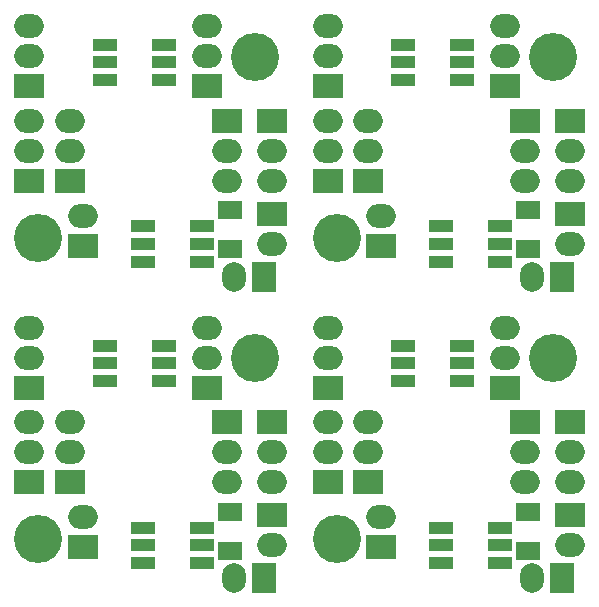
<source format=gts>
G04 (created by PCBNEW (2013-may-18)-stable) date Вт 21 апр 2015 20:47:11*
%MOIN*%
G04 Gerber Fmt 3.4, Leading zero omitted, Abs format*
%FSLAX34Y34*%
G01*
G70*
G90*
G04 APERTURE LIST*
%ADD10C,0.00590551*%
%ADD11C,0.16*%
%ADD12R,0.0787402X0.0984252*%
%ADD13O,0.0787402X0.0984252*%
%ADD14R,0.0984252X0.0787402*%
%ADD15O,0.0984252X0.0787402*%
%ADD16R,0.0787402X0.0393701*%
%ADD17R,0.08X0.06*%
G04 APERTURE END LIST*
G54D10*
G54D11*
X27263Y-29842D03*
X34488Y-23818D03*
G54D12*
X34791Y-31141D03*
G54D13*
X33791Y-31141D03*
G54D14*
X28740Y-30125D03*
G54D15*
X28740Y-29125D03*
G54D14*
X35059Y-29047D03*
G54D15*
X35059Y-30047D03*
G54D14*
X28307Y-27948D03*
G54D15*
X28307Y-26948D03*
X28307Y-25948D03*
G54D14*
X26968Y-27948D03*
G54D15*
X26968Y-26948D03*
X26968Y-25948D03*
G54D14*
X35059Y-25948D03*
G54D15*
X35059Y-26948D03*
X35059Y-27948D03*
G54D14*
X32874Y-24799D03*
G54D15*
X32874Y-23799D03*
X32874Y-22799D03*
G54D14*
X33543Y-25948D03*
G54D15*
X33543Y-26948D03*
X33543Y-27948D03*
G54D14*
X26968Y-24799D03*
G54D15*
X26968Y-23799D03*
X26968Y-22799D03*
G54D16*
X31456Y-24586D03*
X31456Y-23996D03*
X31456Y-23405D03*
X29488Y-23405D03*
X29488Y-23996D03*
X29488Y-24586D03*
X32716Y-30649D03*
X32716Y-30059D03*
X32716Y-29468D03*
X30748Y-29468D03*
X30748Y-30059D03*
X30748Y-30649D03*
G54D17*
X33661Y-30236D03*
X33661Y-28936D03*
X43602Y-30236D03*
X43602Y-28936D03*
G54D16*
X42657Y-30649D03*
X42657Y-30059D03*
X42657Y-29468D03*
X40688Y-29468D03*
X40688Y-30059D03*
X40688Y-30649D03*
X41397Y-24586D03*
X41397Y-23996D03*
X41397Y-23405D03*
X39429Y-23405D03*
X39429Y-23996D03*
X39429Y-24586D03*
G54D14*
X36909Y-24799D03*
G54D15*
X36909Y-23799D03*
X36909Y-22799D03*
G54D14*
X43484Y-25948D03*
G54D15*
X43484Y-26948D03*
X43484Y-27948D03*
G54D14*
X42814Y-24799D03*
G54D15*
X42814Y-23799D03*
X42814Y-22799D03*
G54D14*
X45000Y-25948D03*
G54D15*
X45000Y-26948D03*
X45000Y-27948D03*
G54D14*
X36909Y-27948D03*
G54D15*
X36909Y-26948D03*
X36909Y-25948D03*
G54D14*
X38248Y-27948D03*
G54D15*
X38248Y-26948D03*
X38248Y-25948D03*
G54D14*
X45000Y-29047D03*
G54D15*
X45000Y-30047D03*
G54D14*
X38681Y-30125D03*
G54D15*
X38681Y-29125D03*
G54D12*
X44732Y-31141D03*
G54D13*
X43732Y-31141D03*
G54D11*
X44429Y-23818D03*
X37204Y-29842D03*
X37204Y-19803D03*
X44429Y-13779D03*
G54D12*
X44732Y-21102D03*
G54D13*
X43732Y-21102D03*
G54D14*
X38681Y-20086D03*
G54D15*
X38681Y-19086D03*
G54D14*
X45000Y-19007D03*
G54D15*
X45000Y-20007D03*
G54D14*
X38248Y-17909D03*
G54D15*
X38248Y-16909D03*
X38248Y-15909D03*
G54D14*
X36909Y-17909D03*
G54D15*
X36909Y-16909D03*
X36909Y-15909D03*
G54D14*
X45000Y-15909D03*
G54D15*
X45000Y-16909D03*
X45000Y-17909D03*
G54D14*
X42814Y-14759D03*
G54D15*
X42814Y-13759D03*
X42814Y-12759D03*
G54D14*
X43484Y-15909D03*
G54D15*
X43484Y-16909D03*
X43484Y-17909D03*
G54D14*
X36909Y-14759D03*
G54D15*
X36909Y-13759D03*
X36909Y-12759D03*
G54D16*
X41397Y-14547D03*
X41397Y-13956D03*
X41397Y-13366D03*
X39429Y-13366D03*
X39429Y-13956D03*
X39429Y-14547D03*
X42657Y-20610D03*
X42657Y-20019D03*
X42657Y-19429D03*
X40688Y-19429D03*
X40688Y-20019D03*
X40688Y-20610D03*
G54D17*
X43602Y-20197D03*
X43602Y-18897D03*
X33661Y-20197D03*
X33661Y-18897D03*
G54D16*
X32716Y-20610D03*
X32716Y-20019D03*
X32716Y-19429D03*
X30748Y-19429D03*
X30748Y-20019D03*
X30748Y-20610D03*
X31456Y-14547D03*
X31456Y-13956D03*
X31456Y-13366D03*
X29488Y-13366D03*
X29488Y-13956D03*
X29488Y-14547D03*
G54D14*
X26968Y-14759D03*
G54D15*
X26968Y-13759D03*
X26968Y-12759D03*
G54D14*
X33543Y-15909D03*
G54D15*
X33543Y-16909D03*
X33543Y-17909D03*
G54D14*
X32874Y-14759D03*
G54D15*
X32874Y-13759D03*
X32874Y-12759D03*
G54D14*
X35059Y-15909D03*
G54D15*
X35059Y-16909D03*
X35059Y-17909D03*
G54D14*
X26968Y-17909D03*
G54D15*
X26968Y-16909D03*
X26968Y-15909D03*
G54D14*
X28307Y-17909D03*
G54D15*
X28307Y-16909D03*
X28307Y-15909D03*
G54D14*
X35059Y-19007D03*
G54D15*
X35059Y-20007D03*
G54D14*
X28740Y-20086D03*
G54D15*
X28740Y-19086D03*
G54D12*
X34791Y-21102D03*
G54D13*
X33791Y-21102D03*
G54D11*
X34488Y-13779D03*
X27263Y-19803D03*
M02*

</source>
